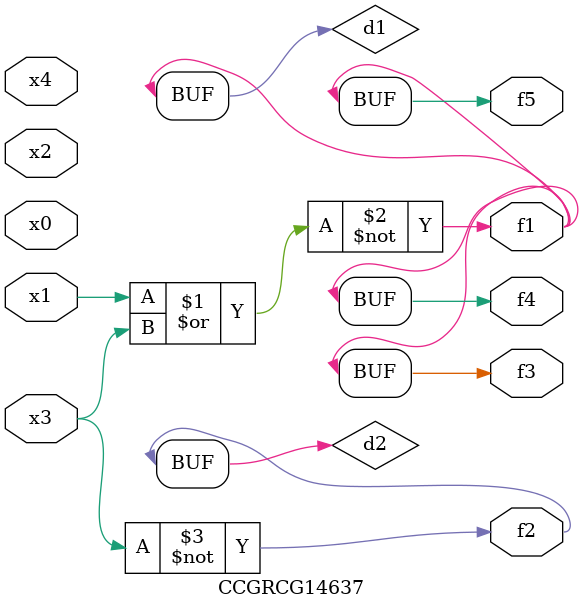
<source format=v>
module CCGRCG14637(
	input x0, x1, x2, x3, x4,
	output f1, f2, f3, f4, f5
);

	wire d1, d2;

	nor (d1, x1, x3);
	not (d2, x3);
	assign f1 = d1;
	assign f2 = d2;
	assign f3 = d1;
	assign f4 = d1;
	assign f5 = d1;
endmodule

</source>
